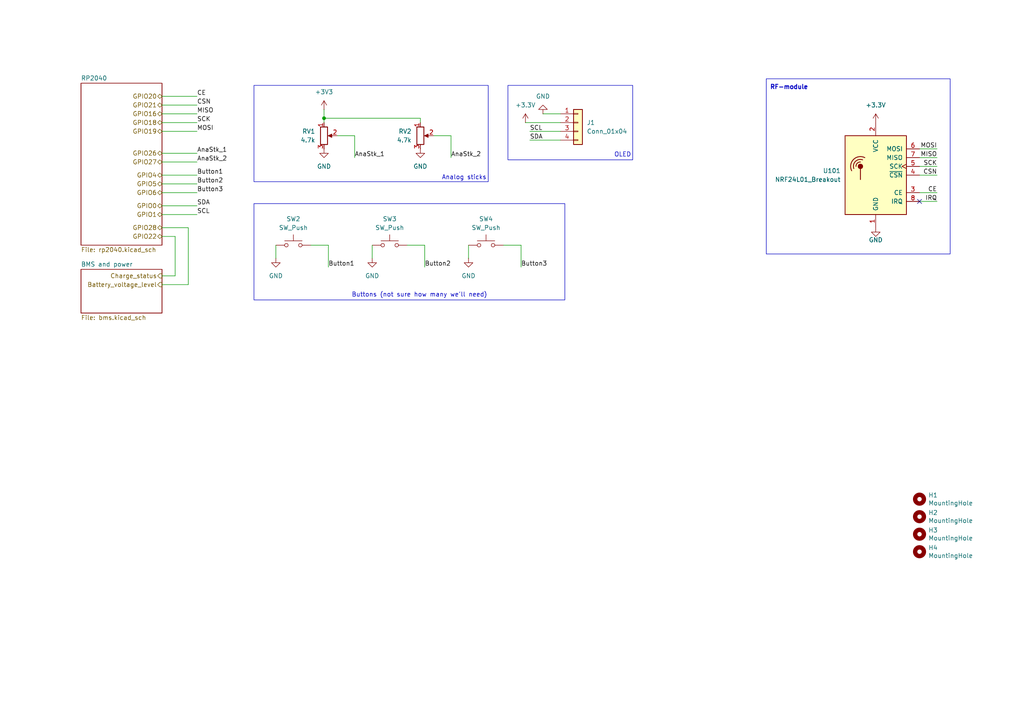
<source format=kicad_sch>
(kicad_sch (version 20250114) (generator "eeschema") (generator_version "9.0")
  (paper "A4")
  (title_block (title "SPRO3D RC remote PCB") (date "2025-11-01") (rev "0.1"))
  (lib_symbols
    (symbol "Connector_Generic:Conn_01x04" (pin_names (offset 1.016) (hide yes))
      (property "Reference" "J" (at 0 5.08 0))
      (property "Value" "Conn_01x04" (at 0 -7.62 0))
      (symbol "Conn_01x04_1_1"
        (rectangle (start -1.27 3.81) (end 1.27 -6.35) (stroke (width 0.254)) (fill (type background)))
        (rectangle (start -1.27 2.667) (end 0 2.413) (stroke (width 0.1524)))
        (rectangle (start -1.27 0.127) (end 0 -0.127) (stroke (width 0.1524)))
        (rectangle (start -1.27 -2.413) (end 0 -2.667) (stroke (width 0.1524)))
        (rectangle (start -1.27 -4.953) (end 0 -5.207) (stroke (width 0.1524)))
        (pin passive line (at -5.08 2.54 0) (length 3.81) (name "Pin_1") (number "1"))
        (pin passive line (at -5.08 0 0) (length 3.81) (name "Pin_2") (number "2"))
        (pin passive line (at -5.08 -2.54 0) (length 3.81) (name "Pin_3") (number "3"))
        (pin passive line (at -5.08 -5.08 0) (length 3.81) (name "Pin_4") (number "4"))
      )
    )
    (symbol "Device:R_Potentiometer" (pin_names (offset 1.016) (hide yes))
      (property "Reference" "RV" (at -4.445 0 90))
      (property "Value" "R_Potentiometer" (at -2.54 0 90))
      (symbol "R_Potentiometer_0_1"
        (rectangle (start 1.016 2.54) (end -1.016 -2.54) (stroke (width 0.254)))
        (polyline (pts (xy 1.143 0) (xy 2.286 0.508) (xy 2.286 -0.508) (xy 1.143 0)) (fill (type outline)))
        (polyline (pts (xy 2.54 0) (xy 1.524 0)))
      )
      (symbol "R_Potentiometer_1_1"
        (pin passive line (at 0 3.81 270) (length 1.27) (name "1") (number "1"))
        (pin passive line (at 0 -3.81 90) (length 1.27) (name "3") (number "3"))
        (pin passive line (at 3.81 0 180) (length 1.27) (name "2") (number "2"))
      )
    )
    (symbol "Mechanical:MountingHole" (pin_names (offset 1.016))
      (property "Reference" "H" (at 0 5.08 0))
      (property "Value" "MountingHole" (at 0 3.175 0))
      (symbol "MountingHole_0_1"
        (circle (center 0 0) (radius 1.27) (stroke (width 1.27)))
      )
    )
    (symbol "RF:NRF24L01_Breakout" (pin_names (offset 1.016))
      (property "Reference" "U" (at -8.89 12.7 0))
      (property "Value" "NRF24L01_Breakout" (at 3.81 12.7 0))
      (symbol "NRF24L01_Breakout_0_1"
        (rectangle (start -8.89 11.43) (end 8.89 -11.43) (stroke (width 0.254)) (fill (type background)))
        (arc (start 3.175 5.08) (mid 6.453 4.548) (end 6.985 1.27) (stroke (width 0.254)))
        (circle (center 4.445 2.54) (radius 0.635) (stroke (width 0.254)) (fill (type outline)))
        (polyline (pts (xy 4.445 1.905) (xy 4.445 -1.27)) (stroke (width 0.254)))
        (arc (start 3.81 4.445) (mid 5.8835 3.9785) (end 6.35 1.905) (stroke (width 0.254)))
        (arc (start 4.445 3.81) (mid 5.3558 3.4508) (end 5.715 2.54) (stroke (width 0.254)))
      )
      (symbol "NRF24L01_Breakout_1_1"
        (pin input line (at -12.7 7.62 0) (length 3.81) (name "MOSI") (number "6"))
        (pin output line (at -12.7 5.08 0) (length 3.81) (name "MISO") (number "7"))
        (pin input clock (at -12.7 2.54 0) (length 3.81) (name "SCK") (number "5"))
        (pin input line (at -12.7 0 0) (length 3.81) (name "~{CSN}") (number "4"))
        (pin input line (at -12.7 -5.08 0) (length 3.81) (name "CE") (number "3"))
        (pin output line (at -12.7 -7.62 0) (length 3.81) (name "IRQ") (number "8"))
        (pin power_in line (at 0 15.24 270) (length 3.81) (name "VCC") (number "2"))
        (pin power_in line (at 0 -15.24 90) (length 3.81) (name "GND") (number "1"))
      )
    )
    (symbol "Switch:SW_Push" (pin_numbers (hide yes)) (pin_names (offset 1.016) (hide yes))
      (property "Reference" "SW" (at 1.27 2.54 0))
      (property "Value" "SW_Push" (at 0 -1.524 0))
      (symbol "SW_Push_0_1"
        (circle (center -2.032 0) (radius 0.508))
        (polyline (pts (xy 0 1.27) (xy 0 3.048)))
        (circle (center 2.032 0) (radius 0.508))
        (polyline (pts (xy 2.54 1.27) (xy -2.54 1.27)))
        (pin passive line (at -5.08 0 0) (length 2.54) (name "1") (number "1"))
        (pin passive line (at 5.08 0 180) (length 2.54) (name "2") (number "2"))
      )
    )
    (symbol "power:+3.3V" (power) (pin_numbers (hide yes)) (pin_names (offset 0) (hide yes))
      (property "Value" "+3.3V" (at 0 3.556 0))
      (symbol "+3.3V_0_1"
        (polyline (pts (xy -0.762 1.27) (xy 0 2.54)))
        (polyline (pts (xy 0 2.54) (xy 0.762 1.27)))
        (polyline (pts (xy 0 0) (xy 0 2.54)))
      )
      (symbol "+3.3V_1_1"
        (pin power_in line (at 0 0 90) (length 0) (name "~") (number "1"))
      )
    )
    (symbol "power:+3V3" (power) (pin_numbers (hide yes)) (pin_names (offset 0) (hide yes))
      (property "Value" "+3V3" (at 0 3.556 0))
      (symbol "+3V3_0_1"
        (polyline (pts (xy -0.762 1.27) (xy 0 2.54)))
        (polyline (pts (xy 0 2.54) (xy 0.762 1.27)))
        (polyline (pts (xy 0 0) (xy 0 2.54)))
      )
      (symbol "+3V3_1_1"
        (pin power_in line (at 0 0 90) (length 0) (name "~") (number "1"))
      )
    )
    (symbol "power:GND" (power) (pin_numbers (hide yes)) (pin_names (offset 0) (hide yes))
      (property "Value" "GND" (at 0 -3.81 0))
      (symbol "GND_0_1"
        (polyline (pts (xy 0 0) (xy 0 -1.27) (xy 1.27 -1.27) (xy 0 -2.54) (xy -1.27 -1.27) (xy 0 -1.27)))
      )
      (symbol "GND_1_1"
        (pin power_in line (at 0 0 270) (length 0) (name "~") (number "1"))
      )
    )
  )
  (rectangle (start 222.25 22.86) (end 275.59 73.66))
  (rectangle (start 73.66 59.055) (end 163.83 86.995))
  (rectangle (start 147.32 24.765) (end 183.515 46.355))
  (rectangle (start 73.66 24.765) (end 141.605 52.705))
  (text "Buttons (not sure how many we'll need)\n" (at 121.666 85.598 0) (effects (font (size 1.27 1.27))))
  (text "RF-module" (at 228.854 25.4 0) (effects (font (size 1.27 1.27) (thickness 0.254) (bold yes))))
  (text "OLED\n" (at 180.594 44.958 0) (effects (font (size 1.27 1.27))))
  (text "Analog sticks\n" (at 134.62 51.562 0) (effects (font (size 1.27 1.27))))
  (junction (at 93.98 34.29))
  (no_connect (at 266.7 58.42))
  (wire (pts (xy 95.25 71.12) (xy 95.25 77.47)))
  (wire (pts (xy 121.92 34.29) (xy 93.98 34.29)))
  (wire (pts (xy 102.87 39.37) (xy 102.87 45.72)))
  (wire (pts (xy 123.19 71.12) (xy 123.19 77.47)))
  (wire (pts (xy 157.48 33.02) (xy 162.56 33.02)))
  (wire (pts (xy 90.17 71.12) (xy 95.25 71.12)))
  (wire (pts (xy 50.8 68.58) (xy 50.8 80.01)))
  (wire (pts (xy 54.61 66.04) (xy 54.61 82.55)))
  (wire (pts (xy 46.99 30.48) (xy 57.15 30.48)))
  (wire (pts (xy 46.99 55.88) (xy 57.15 55.88)))
  (wire (pts (xy 266.7 55.88) (xy 271.78 55.88)))
  (wire (pts (xy 266.7 48.26) (xy 271.78 48.26)))
  (wire (pts (xy 93.98 34.29) (xy 93.98 35.56)))
  (wire (pts (xy 153.67 40.64) (xy 162.56 40.64)))
  (wire (pts (xy 80.01 71.12) (xy 80.01 74.93)))
  (wire (pts (xy 57.15 50.8) (xy 46.99 50.8)))
  (wire (pts (xy 46.99 68.58) (xy 50.8 68.58)))
  (wire (pts (xy 97.79 39.37) (xy 102.87 39.37)))
  (wire (pts (xy 266.7 43.18) (xy 271.78 43.18)))
  (wire (pts (xy 271.78 58.42) (xy 266.7 58.42)))
  (wire (pts (xy 46.99 62.23) (xy 57.15 62.23)))
  (wire (pts (xy 46.99 44.45) (xy 57.15 44.45)))
  (wire (pts (xy 46.99 66.04) (xy 54.61 66.04)))
  (wire (pts (xy 46.99 35.56) (xy 57.15 35.56)))
  (wire (pts (xy 125.73 39.37) (xy 130.81 39.37)))
  (wire (pts (xy 46.99 53.34) (xy 57.15 53.34)))
  (wire (pts (xy 46.99 38.1) (xy 57.15 38.1)))
  (wire (pts (xy 266.7 50.8) (xy 271.78 50.8)))
  (wire (pts (xy 46.99 27.94) (xy 57.15 27.94)))
  (wire (pts (xy 57.15 59.69) (xy 46.99 59.69)))
  (wire (pts (xy 121.92 35.56) (xy 121.92 34.29)))
  (wire (pts (xy 135.89 71.12) (xy 135.89 74.93)))
  (wire (pts (xy 118.11 71.12) (xy 123.19 71.12)))
  (wire (pts (xy 152.4 35.56) (xy 162.56 35.56)))
  (wire (pts (xy 46.99 33.02) (xy 57.15 33.02)))
  (wire (pts (xy 107.95 71.12) (xy 107.95 74.93)))
  (wire (pts (xy 146.05 71.12) (xy 151.13 71.12)))
  (wire (pts (xy 46.99 46.99) (xy 57.15 46.99)))
  (wire (pts (xy 93.98 31.75) (xy 93.98 34.29)))
  (wire (pts (xy 266.7 45.72) (xy 271.78 45.72)))
  (wire (pts (xy 130.81 39.37) (xy 130.81 45.72)))
  (wire (pts (xy 54.61 82.55) (xy 46.99 82.55)))
  (wire (pts (xy 46.99 80.01) (xy 50.8 80.01)))
  (wire (pts (xy 151.13 71.12) (xy 151.13 77.47)))
  (wire (pts (xy 153.67 38.1) (xy 162.56 38.1)))
  (label "SCL" (at 57.15 62.23 0))
  (label "MISO" (at 271.78 45.72 180))
  (label "AnaStk_2" (at 130.81 45.72 0))
  (label "Button2" (at 57.15 53.34 0))
  (label "SCK" (at 271.78 48.26 180))
  (label "MISO" (at 57.15 33.02 0))
  (label "SDA" (at 57.15 59.69 0))
  (label "SCL" (at 153.67 38.1 0))
  (label "AnaStk_2" (at 57.15 46.99 0))
  (label "SDA" (at 153.67 40.64 0))
  (label "CSN" (at 271.78 50.8 180))
  (label "SCK" (at 57.15 35.56 0))
  (label "MOSI" (at 57.15 38.1 0))
  (label "AnaStk_1" (at 57.15 44.45 0))
  (label "AnaStk_1" (at 102.87 45.72 0))
  (label "MOSI" (at 271.78 43.18 180))
  (label "CE" (at 271.78 55.88 180))
  (label "Button3" (at 57.15 55.88 0))
  (label "Button2" (at 123.19 77.47 0))
  (label "CE" (at 57.15 27.94 0))
  (label "IRQ" (at 271.78 58.42 180))
  (label "Button3" (at 151.13 77.47 0))
  (label "CSN" (at 57.15 30.48 0))
  (label "Button1" (at 57.15 50.8 0))
  (label "Button1" (at 95.25 77.47 0))
  (hierarchical_label "GPIO18" (shape tri_state) (at 46.99 35.56 180))
  (hierarchical_label "GPIO20" (shape tri_state) (at 46.99 27.94 180))
  (hierarchical_label "GPIO6" (shape tri_state) (at 46.99 55.88 180))
  (hierarchical_label "GPIO1" (shape tri_state) (at 46.99 62.23 180))
  (hierarchical_label "GPIO16" (shape tri_state) (at 46.99 33.02 180))
  (hierarchical_label "GPIO22" (shape tri_state) (at 46.99 68.58 180))
  (hierarchical_label "GPIO0" (shape tri_state) (at 46.99 59.69 180))
  (hierarchical_label "GPIO21" (shape tri_state) (at 46.99 30.48 180))
  (hierarchical_label "GPIO26" (shape tri_state) (at 46.99 44.45 180))
  (hierarchical_label "GPIO4" (shape tri_state) (at 46.99 50.8 180))
  (hierarchical_label "Charge_status" (shape output) (at 46.99 80.01 180))
  (hierarchical_label "GPIO27" (shape tri_state) (at 46.99 46.99 180))
  (hierarchical_label "Battery_voltage_level" (shape output) (at 46.99 82.55 180))
  (hierarchical_label "GPIO5" (shape tri_state) (at 46.99 53.34 180))
  (hierarchical_label "GPIO28" (shape tri_state) (at 46.99 66.04 180))
  (hierarchical_label "GPIO19" (shape tri_state) (at 46.99 38.1 180))
  (symbol (lib_id "Mechanical:MountingHole") (at 266.7 144.78 0) (unit 1)
    (property "Reference" "H1" (at 269.24 143.6116 0) (effects (justify left)))
    (property "Value" "MountingHole" (at 269.24 145.923 0) (effects (justify left)))
    (property "Footprint" "MountingHole:MountingHole_2.7mm_M2.5" (effects (hide yes)))
  )
  (symbol (lib_id "Mechanical:MountingHole") (at 266.7 149.86 0) (unit 1)
    (property "Reference" "H2" (at 269.24 148.6916 0) (effects (justify left)))
    (property "Value" "MountingHole" (at 269.24 151.003 0) (effects (justify left)))
    (property "Footprint" "MountingHole:MountingHole_2.7mm_M2.5" (effects (hide yes)))
  )
  (symbol (lib_id "Mechanical:MountingHole") (at 266.7 154.94 0) (unit 1)
    (property "Reference" "H3" (at 269.24 153.7716 0) (effects (justify left)))
    (property "Value" "MountingHole" (at 269.24 156.083 0) (effects (justify left)))
    (property "Footprint" "MountingHole:MountingHole_2.7mm_M2.5" (effects (hide yes)))
  )
  (symbol (lib_id "Mechanical:MountingHole") (at 266.7 160.02 0) (unit 1)
    (property "Reference" "H4" (at 269.24 158.8516 0) (effects (justify left)))
    (property "Value" "MountingHole" (at 269.24 161.163 0) (effects (justify left)))
    (property "Footprint" "MountingHole:MountingHole_2.7mm_M2.5" (effects (hide yes)))
  )
  (symbol (lib_id "power:GND") (at 157.48 33.02 180) (unit 1)
    (property "Reference" "#PWR029" (effects (hide yes)))
    (property "Value" "GND" (at 157.48 27.94 0))
    (property "Description" "Power symbol creates a global label with name \"GND\" , ground" (effects (hide yes)))
  )
  (symbol (lib_id "power:GND") (at 93.98 43.18 0) (unit 1)
    (property "Reference" "#PWR028" (effects (hide yes)))
    (property "Value" "GND" (at 93.98 48.26 0))
    (property "Description" "Power symbol creates a global label with name \"GND\" , ground" (effects (hide yes)))
  )
  (symbol (lib_id "Connector_Generic:Conn_01x04") (at 167.64 35.56 0) (unit 1)
    (property "Reference" "J1" (at 170.18 35.5599 0) (effects (justify left)))
    (property "Value" "Conn_01x04" (at 170.18 38.0999 0) (effects (justify left)))
    (property "Footprint" "Connector_PinHeader_2.54mm:PinHeader_1x04_P2.54mm_Vertical" (effects (hide yes)))
    (property "Description" "Generic connector, single row, 01x04, script generated (kicad-library-utils/schlib/autogen/connector/)" (effects (hide yes)))
  )
  (symbol (lib_id "power:+3.3V") (at 152.4 35.56 0) (unit 1)
    (property "Reference" "#PWR032" (effects (hide yes)))
    (property "Value" "+3.3V" (at 152.4 30.48 0))
    (property "Description" "Power symbol creates a global label with name \"+3.3V\"" (effects (hide yes)))
  )
  (symbol (lib_id "Switch:SW_Push") (at 85.09 71.12 0) (unit 1)
    (property "Reference" "SW2" (at 85.09 63.5 0))
    (property "Value" "SW_Push" (at 85.09 66.04 0))
    (property "Footprint" "Connector_PinHeader_2.54mm:PinHeader_1x02_P2.54mm_Vertical" (effects (hide yes)))
    (property "Description" "Push button switch, generic, two pins" (effects (hide yes)))
  )
  (symbol (lib_id "Switch:SW_Push") (at 140.97 71.12 0) (unit 1)
    (property "Reference" "SW4" (at 140.97 63.5 0))
    (property "Value" "SW_Push" (at 140.97 66.04 0))
    (property "Footprint" "Connector_PinHeader_2.54mm:PinHeader_1x02_P2.54mm_Vertical" (effects (hide yes)))
    (property "Description" "Push button switch, generic, two pins" (effects (hide yes)))
  )
  (symbol (lib_id "RF:NRF24L01_Breakout") (at 254 50.8 0) (mirror y) (unit 1)
    (property "Reference" "U101" (at 243.84 49.5299 0) (effects (justify left)))
    (property "Value" "NRF24L01_Breakout" (at 243.84 52.0699 0) (effects (justify left)))
    (property "Footprint" "Connector_PinHeader_2.54mm:PinHeader_2x04_P2.54mm_Vertical" (effects (hide yes)))
    (property "Datasheet" "http://www.nordicsemi.com/eng/content/download/2730/34105/file/nRF24L01_Product_Specification_v2_0.pdf" (effects (hide yes)))
    (property "Description" "Ultra low power 2.4GHz RF Transceiver, Carrier PCB" (effects (hide yes)))
  )
  (symbol (lib_id "power:GND") (at 254 66.04 0) (unit 1)
    (property "Reference" "#PWR042" (effects (hide yes)))
    (property "Value" "GND" (at 254 69.596 0))
    (property "Description" "Power symbol creates a global label with name \"GND\" , ground" (effects (hide yes)))
  )
  (symbol (lib_id "power:GND") (at 80.01 74.93 0) (unit 1)
    (property "Reference" "#PWR030" (effects (hide yes)))
    (property "Value" "GND" (at 80.01 80.01 0))
    (property "Description" "Power symbol creates a global label with name \"GND\" , ground" (effects (hide yes)))
  )
  (symbol (lib_id "power:GND") (at 107.95 74.93 0) (unit 1)
    (property "Reference" "#PWR031" (effects (hide yes)))
    (property "Value" "GND" (at 107.95 80.01 0))
    (property "Description" "Power symbol creates a global label with name \"GND\" , ground" (effects (hide yes)))
  )
  (symbol (lib_id "power:+3V3") (at 93.98 31.75 0) (unit 1)
    (property "Reference" "#PWR026" (effects (hide yes)))
    (property "Value" "+3V3" (at 93.98 26.67 0))
    (property "Description" "Power symbol creates a global label with name \"+3V3\"" (effects (hide yes)))
  )
  (symbol (lib_id "Device:R_Potentiometer") (at 93.98 39.37 0) (unit 1)
    (property "Reference" "RV1" (at 91.44 38.0999 0) (effects (justify right)))
    (property "Value" "4.7k" (at 91.44 40.6399 0) (effects (justify right)))
    (property "Footprint" "Connector_JST:JST_PH_B3B-PH-K_1x03_P2.00mm_Vertical" (effects (hide yes)))
    (property "Description" "Potentiometer" (effects (hide yes)))
  )
  (symbol (lib_id "power:GND") (at 135.89 74.93 0) (unit 1)
    (property "Reference" "#PWR033" (effects (hide yes)))
    (property "Value" "GND" (at 135.89 80.01 0))
    (property "Description" "Power symbol creates a global label with name \"GND\" , ground" (effects (hide yes)))
  )
  (symbol (lib_id "Device:R_Potentiometer") (at 121.92 39.37 0) (unit 1)
    (property "Reference" "RV2" (at 119.38 38.0999 0) (effects (justify right)))
    (property "Value" "4.7k" (at 119.38 40.6399 0) (effects (justify right)))
    (property "Footprint" "Connector_JST:JST_PH_B3B-PH-K_1x03_P2.00mm_Vertical" (effects (hide yes)))
    (property "Description" "Potentiometer" (effects (hide yes)))
  )
  (symbol (lib_id "Switch:SW_Push") (at 113.03 71.12 0) (unit 1)
    (property "Reference" "SW3" (at 113.03 63.5 0))
    (property "Value" "SW_Push" (at 113.03 66.04 0))
    (property "Footprint" "Connector_PinHeader_2.54mm:PinHeader_1x02_P2.54mm_Vertical" (effects (hide yes)))
    (property "Description" "Push button switch, generic, two pins" (effects (hide yes)))
  )
  (symbol (lib_id "power:+3.3V") (at 254 35.56 0) (unit 1)
    (property "Reference" "#PWR043" (effects (hide yes)))
    (property "Value" "+3.3V" (at 254 30.48 0))
    (property "Description" "Power symbol creates a global label with name \"+3.3V\"" (effects (hide yes)))
  )
  (symbol (lib_id "power:GND") (at 121.92 43.18 0) (unit 1)
    (property "Reference" "#PWR027" (effects (hide yes)))
    (property "Value" "GND" (at 121.92 48.26 0))
    (property "Description" "Power symbol creates a global label with name \"GND\" , ground" (effects (hide yes)))
  )
  (sheet (at 23.495 78.105) (size 23.495 12.7) (stroke (width 0.1524))
    (property "Sheetname" "BMS and power" (at 23.495 77.3934 0) (effects (justify left bottom)))
    (property "Sheetfile" "bms.kicad_sch" (at 23.495 91.3896 0) (effects (justify left top)))
  )
  (sheet (at 23.495 24.13) (size 23.495 46.99) (stroke (width 0.1524))
    (property "Sheetname" "RP2040" (at 23.495 23.4184 0) (effects (justify left bottom)))
    (property "Sheetfile" "rp2040.kicad_sch" (at 23.495 71.7046 0) (effects (justify left top)))
  )
)
</source>
